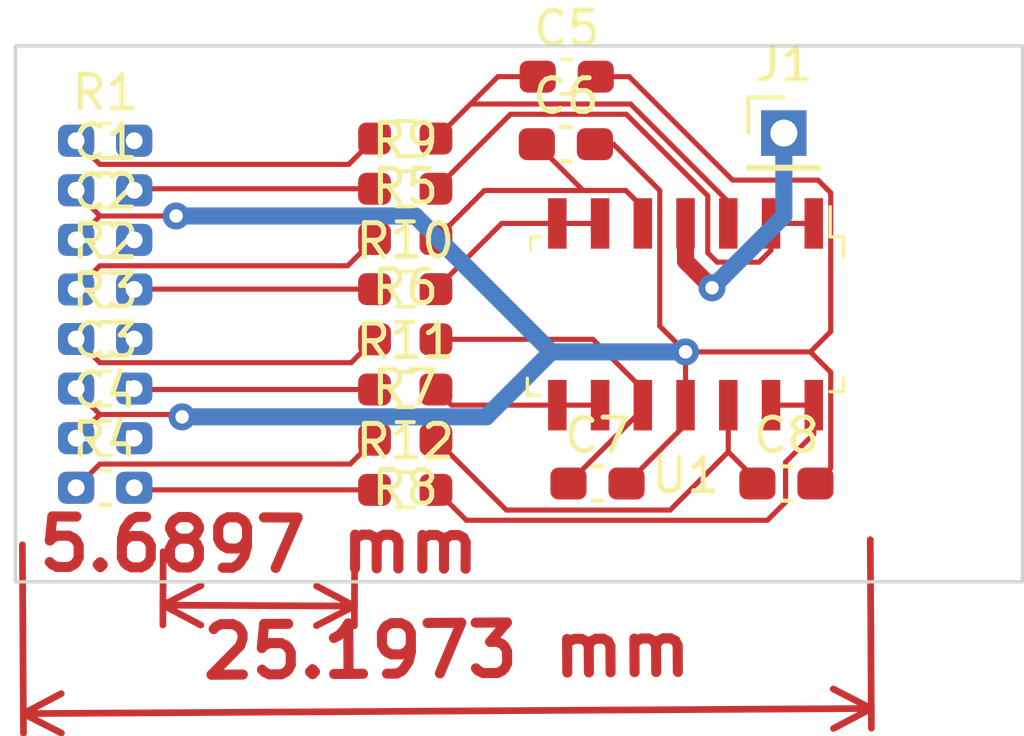
<source format=kicad_pcb>
(kicad_pcb (version 20221018) (generator pcbnew)
  (layers (0 "F.Cu" signal) (31 "B.Cu" signal) (34 "B.Paste" user) (35 "F.Paste" user) (36 "B.SilkS" user "B.Silkscreen") (37 "F.SilkS" user "F.Silkscreen") (38 "B.Mask" user) (39 "F.Mask" user) (44 "Edge.Cuts" user))
  (net 0 "")
  (net 1 "GND")
  (net 2 "Is7-8")
  (net 3 "Is2")
  (net 4 "Is5")
  (net 5 "Is1")
  (net 6 "Net-(C5-Pad1)")
  (net 7 "Net-(C6-Pad1)")
  (net 8 "Net-(C7-Pad1)")
  (net 9 "Net-(C8-Pad1)")
  (net 10 "Is7-8-In")
  (net 11 "Is2-In")
  (net 12 "Is5-In")
  (net 13 "Is1-In")
  (net 14 "Net-(R9-Pad2)")
  (net 15 "Net-(R10-Pad2)")
  (net 16 "Net-(R11-Pad2)")
  (net 17 "Net-(R12-Pad2)")
  (net 18 "+3.3V")
  (footprint "MyKiCadLibraries:C_0603_1608Metric_Adaptor" (layer "F.Cu") (at 106.7816 73.124787)
    (fp_text reference "R4" (at 0 -1.43) (layer "F.SilkS"))
    (fp_text value "R_Small")
    (fp_line (start -0.146267 -0.51) (end 0.146267 -0.51) (stroke (width 0.12)) (layer "F.SilkS"))
    (fp_line (start -0.146267 0.51) (end 0.146267 0.51) (stroke (width 0.12)) (layer "F.SilkS"))
    (pad "1" thru_hole roundrect (at -0.8625 0) (size 1.075 0.95) (drill 0.5) (layers "*.Cu" "*.Mask") (net 13 "Is1-In"))
    (pad "2" thru_hole roundrect (at 0.8625 0) (size 1.075 0.95) (drill 0.5) (layers "*.Cu" "*.Mask") (net 5 "Is1"))
  )
  (footprint "MyKiCadLibraries:C_0603_1608Metric_Adaptor" (layer "F.Cu") (at 106.7816 68.705187)
    (fp_text reference "R3" (at 0 -1.43) (layer "F.SilkS"))
    (fp_text value "R_Small")
    (fp_line (start -0.146267 -0.51) (end 0.146267 -0.51) (stroke (width 0.12)) (layer "F.SilkS"))
    (fp_line (start -0.146267 0.51) (end 0.146267 0.51) (stroke (width 0.12)) (layer "F.SilkS"))
    (pad "1" thru_hole roundrect (at -0.8625 0) (size 1.075 0.95) (drill 0.5) (layers "*.Cu" "*.Mask") (net 12 "Is5-In"))
    (pad "2" thru_hole roundrect (at 0.8625 0) (size 1.075 0.95) (drill 0.5) (layers "*.Cu" "*.Mask") (net 4 "Is5"))
  )
  (footprint "Resistor_SMD:R_0603_1608Metric_Pad0.98x0.95mm_HandSolder" (layer "F.Cu") (at 115.6989 73.188284)
    (fp_text reference "R12" (at 0 -1.43) (layer "F.SilkS"))
    (fp_text value "120")
    (fp_line (start -0.254724 -0.5225) (end 0.254724 -0.5225) (stroke (width 0.12)) (layer "F.SilkS"))
    (fp_line (start -0.254724 0.5225) (end 0.254724 0.5225) (stroke (width 0.12)) (layer "F.SilkS"))
    (pad "1" smd roundrect (at -0.9125 0) (size 0.975 0.95) (layers "F.Cu" "F.Paste" "F.Mask") (net 5 "Is1"))
    (pad "2" smd roundrect (at 0.9125 0) (size 0.975 0.95) (layers "F.Cu" "F.Paste" "F.Mask") (net 17 "Net-(R12-Pad2)"))
  )
  (footprint "MyKiCadLibraries:C_0603_1608Metric_Adaptor" (layer "F.Cu") (at 106.7816 71.651587)
    (fp_text reference "C4" (at 0 -1.43) (layer "F.SilkS"))
    (fp_text value "C_Small")
    (fp_line (start -0.146267 -0.51) (end 0.146267 -0.51) (stroke (width 0.12)) (layer "F.SilkS"))
    (fp_line (start -0.146267 0.51) (end 0.146267 0.51) (stroke (width 0.12)) (layer "F.SilkS"))
    (pad "1" thru_hole roundrect (at -0.8625 0) (size 1.075 0.95) (drill 0.5) (layers "*.Cu" "*.Mask") (net 1 "GND"))
    (pad "2" thru_hole roundrect (at 0.8625 0) (size 1.075 0.95) (drill 0.5) (layers "*.Cu" "*.Mask") (net 5 "Is1"))
  )
  (footprint "Capacitor_SMD:C_0603_1608Metric_Pad1.08x0.95mm_HandSolder" (layer "F.Cu") (at 120.4722 62.9158)
    (fp_text reference "C6" (at 0 -1.43) (layer "F.SilkS"))
    (fp_text value "220pF")
    (fp_line (start -0.146267 -0.51) (end 0.146267 -0.51) (stroke (width 0.12)) (layer "F.SilkS"))
    (fp_line (start -0.146267 0.51) (end 0.146267 0.51) (stroke (width 0.12)) (layer "F.SilkS"))
    (pad "1" smd roundrect (at -0.8625 0) (size 1.075 0.95) (layers "F.Cu" "F.Paste" "F.Mask") (net 7 "Net-(C6-Pad1)"))
    (pad "2" smd roundrect (at 0.8625 0) (size 1.075 0.95) (layers "F.Cu" "F.Paste" "F.Mask") (net 1 "GND"))
  )
  (footprint "Resistor_SMD:R_0603_1608Metric_Pad0.98x0.95mm_HandSolder" (layer "F.Cu") (at 115.6989 64.240232)
    (fp_text reference "R9" (at 0 -1.43) (layer "F.SilkS"))
    (fp_text value "120")
    (fp_line (start -0.254724 -0.5225) (end 0.254724 -0.5225) (stroke (width 0.12)) (layer "F.SilkS"))
    (fp_line (start -0.254724 0.5225) (end 0.254724 0.5225) (stroke (width 0.12)) (layer "F.SilkS"))
    (pad "1" smd roundrect (at -0.9125 0) (size 0.975 0.95) (layers "F.Cu" "F.Paste" "F.Mask") (net 2 "Is7-8"))
    (pad "2" smd roundrect (at 0.9125 0) (size 0.975 0.95) (layers "F.Cu" "F.Paste" "F.Mask") (net 14 "Net-(R9-Pad2)"))
  )
  (footprint "MyKiCadLibraries:C_0603_1608Metric_Adaptor" (layer "F.Cu") (at 106.7816 62.812387)
    (fp_text reference "R1" (at 0 -1.43) (layer "F.SilkS"))
    (fp_text value "R_Small")
    (fp_line (start -0.146267 -0.51) (end 0.146267 -0.51) (stroke (width 0.12)) (layer "F.SilkS"))
    (fp_line (start -0.146267 0.51) (end 0.146267 0.51) (stroke (width 0.12)) (layer "F.SilkS"))
    (pad "1" thru_hole roundrect (at -0.8625 0) (size 1.075 0.95) (drill 0.5) (layers "*.Cu" "*.Mask") (net 10 "Is7-8-In"))
    (pad "2" thru_hole roundrect (at 0.8625 0) (size 1.075 0.95) (drill 0.5) (layers "*.Cu" "*.Mask") (net 2 "Is7-8"))
  )
  (footprint "Resistor_SMD:R_0603_1608Metric_Pad0.98x0.95mm_HandSolder" (layer "F.Cu") (at 115.6989 71.696942 180)
    (fp_text reference "R8" (at 0 -1.43) (layer "F.SilkS"))
    (fp_text value "4.7K")
    (fp_line (start -0.254724 -0.5225) (end 0.254724 -0.5225) (stroke (width 0.12)) (layer "F.SilkS"))
    (fp_line (start -0.254724 0.5225) (end 0.254724 0.5225) (stroke (width 0.12)) (layer "F.SilkS"))
    (pad "1" smd roundrect (at -0.9125 0 180) (size 0.975 0.95) (layers "F.Cu" "F.Paste" "F.Mask") (net 9 "Net-(C8-Pad1)"))
    (pad "2" smd roundrect (at 0.9125 0 180) (size 0.975 0.95) (layers "F.Cu" "F.Paste" "F.Mask") (net 13 "Is1-In"))
  )
  (footprint "Capacitor_SMD:C_0603_1608Metric_Pad1.08x0.95mm_HandSolder" (layer "F.Cu") (at 127.0254 72.9996)
    (fp_text reference "C8" (at 0 -1.43) (layer "F.SilkS"))
    (fp_text value "220pF")
    (fp_line (start -0.146267 -0.51) (end 0.146267 -0.51) (stroke (width 0.12)) (layer "F.SilkS"))
    (fp_line (start -0.146267 0.51) (end 0.146267 0.51) (stroke (width 0.12)) (layer "F.SilkS"))
    (pad "1" smd roundrect (at -0.8625 0) (size 1.075 0.95) (layers "F.Cu" "F.Paste" "F.Mask") (net 9 "Net-(C8-Pad1)"))
    (pad "2" smd roundrect (at 0.8625 0) (size 1.075 0.95) (layers "F.Cu" "F.Paste" "F.Mask") (net 1 "GND"))
  )
  (footprint "Capacitor_SMD:C_0603_1608Metric_Pad1.08x0.95mm_HandSolder" (layer "F.Cu") (at 121.412 72.9996)
    (fp_text reference "C7" (at 0 -1.43) (layer "F.SilkS"))
    (fp_text value "220pF")
    (fp_line (start -0.146267 -0.51) (end 0.146267 -0.51) (stroke (width 0.12)) (layer "F.SilkS"))
    (fp_line (start -0.146267 0.51) (end 0.146267 0.51) (stroke (width 0.12)) (layer "F.SilkS"))
    (pad "1" smd roundrect (at -0.8625 0) (size 1.075 0.95) (layers "F.Cu" "F.Paste" "F.Mask") (net 8 "Net-(C7-Pad1)"))
    (pad "2" smd roundrect (at 0.8625 0) (size 1.075 0.95) (layers "F.Cu" "F.Paste" "F.Mask") (net 1 "GND"))
  )
  (footprint "Connector_PinHeader_2.00mm:PinHeader_1x01_P2.00mm_Vertical" (layer "F.Cu") (at 126.9492 62.5856)
    (fp_text reference "J1" (at 0 -2.06) (layer "F.SilkS"))
    (fp_text value "Conn_01x01_Pin")
    (fp_line (start -1.06 -1.06) (end 0 -1.06) (stroke (width 0.12)) (layer "F.SilkS"))
    (fp_line (start -1.06 0) (end -1.06 -1.06) (stroke (width 0.12)) (layer "F.SilkS"))
    (fp_line (start -1.06 1) (end -1.06 1.06) (stroke (width 0.12)) (layer "F.SilkS"))
    (fp_line (start -1.06 1) (end 1.06 1) (stroke (width 0.12)) (layer "F.SilkS"))
    (fp_line (start -1.06 1.06) (end 1.06 1.06) (stroke (width 0.12)) (layer "F.SilkS"))
    (fp_line (start 1.06 1) (end 1.06 1.06) (stroke (width 0.12)) (layer "F.SilkS"))
    (pad "1" thru_hole rect (at 0 0) (size 1.35 1.35) (drill 0.8) (layers "*.Cu" "*.Mask") (net 18 "+3.3V"))
  )
  (footprint "Resistor_SMD:R_0603_1608Metric_Pad0.98x0.95mm_HandSolder" (layer "F.Cu") (at 115.6989 67.222916)
    (fp_text reference "R10" (at 0 -1.43) (layer "F.SilkS"))
    (fp_text value "120")
    (fp_line (start -0.254724 -0.5225) (end 0.254724 -0.5225) (stroke (width 0.12)) (layer "F.SilkS"))
    (fp_line (start -0.254724 0.5225) (end 0.254724 0.5225) (stroke (width 0.12)) (layer "F.SilkS"))
    (pad "1" smd roundrect (at -0.9125 0) (size 0.975 0.95) (layers "F.Cu" "F.Paste" "F.Mask") (net 3 "Is2"))
    (pad "2" smd roundrect (at 0.9125 0) (size 0.975 0.95) (layers "F.Cu" "F.Paste" "F.Mask") (net 15 "Net-(R10-Pad2)"))
  )
  (footprint "digikey-footprints:SOIC-14_W3.9mm" (layer "F.Cu") (at 124.0282 67.9704 180)
    (fp_text reference "U1" (at 0 -4.79) (layer "F.SilkS"))
    (fp_text value "LM324DT")
    (fp_line (start -4.7 -2.3) (end -4.7 -1.9) (stroke (width 0.1)) (layer "F.SilkS"))
    (fp_line (start -4.7 1.7) (end -4.7 2.3) (stroke (width 0.1)) (layer "F.SilkS"))
    (fp_line (start -4.7 2.3) (end -4.3 2.3) (stroke (width 0.1)) (layer "F.SilkS"))
    (fp_line (start -4.3 -2.3) (end -4.7 -2.3) (stroke (width 0.1)) (layer "F.SilkS"))
    (fp_line (start -4.3 2.3) (end -4.3 3.2) (stroke (width 0.1)) (layer "F.SilkS"))
    (fp_line (start 4.3 -2.4) (end 4.7 -2.4) (stroke (width 0.1)) (layer "F.SilkS"))
    (fp_line (start 4.3 2.3) (end 4.6 2.3) (stroke (width 0.1)) (layer "F.SilkS"))
    (fp_line (start 4.6 2.3) (end 4.6 1.9) (stroke (width 0.1)) (layer "F.SilkS"))
    (fp_line (start 4.7 -2.4) (end 4.7 -1.9) (stroke (width 0.1)) (layer "F.SilkS"))
    (pad "1" smd rect (at -3.81 2.7 180) (size 0.55 1.5) (layers "F.Cu" "F.Paste" "F.Mask") (net 14 "Net-(R9-Pad2)"))
    (pad "2" smd rect (at -2.54 2.7 180) (size 0.55 1.5) (layers "F.Cu" "F.Paste" "F.Mask") (net 14 "Net-(R9-Pad2)"))
    (pad "3" smd rect (at -1.27 2.7 180) (size 0.55 1.5) (layers "F.Cu" "F.Paste" "F.Mask") (net 6 "Net-(C5-Pad1)"))
    (pad "4" smd rect (at 0 2.7 180) (size 0.55 1.5) (layers "F.Cu" "F.Paste" "F.Mask") (net 18 "+3.3V"))
    (pad "5" smd rect (at 1.27 2.7 180) (size 0.55 1.5) (layers "F.Cu" "F.Paste" "F.Mask") (net 7 "Net-(C6-Pad1)"))
    (pad "6" smd rect (at 2.54 2.7 180) (size 0.55 1.5) (layers "F.Cu" "F.Paste" "F.Mask") (net 15 "Net-(R10-Pad2)"))
    (pad "7" smd rect (at 3.81 2.7 180) (size 0.55 1.5) (layers "F.Cu" "F.Paste" "F.Mask") (net 15 "Net-(R10-Pad2)"))
    (pad "8" smd rect (at 3.81 -2.7 180) (size 0.55 1.5) (layers "F.Cu" "F.Paste" "F.Mask") (net 16 "Net-(R11-Pad2)"))
    (pad "9" smd rect (at 2.54 -2.7 180) (size 0.55 1.5) (layers "F.Cu" "F.Paste" "F.Mask") (net 16 "Net-(R11-Pad2)"))
    (pad "10" smd rect (at 1.27 -2.7 180) (size 0.55 1.5) (layers "F.Cu" "F.Paste" "F.Mask") (net 8 "Net-(C7-Pad1)"))
    (pad "11" smd rect (at 0 -2.7 180) (size 0.55 1.5) (layers "F.Cu" "F.Paste" "F.Mask") (net 1 "GND"))
    (pad "12" smd rect (at -1.27 -2.7 180) (size 0.55 1.5) (layers "F.Cu" "F.Paste" "F.Mask") (net 9 "Net-(C8-Pad1)"))
    (pad "13" smd rect (at -2.54 -2.7 180) (size 0.55 1.5) (layers "F.Cu" "F.Paste" "F.Mask") (net 17 "Net-(R12-Pad2)"))
    (pad "14" smd rect (at -3.81 -2.7 180) (size 0.55 1.5) (layers "F.Cu" "F.Paste" "F.Mask") (net 17 "Net-(R12-Pad2)"))
  )
  (footprint "MyKiCadLibraries:C_0603_1608Metric_Adaptor" (layer "F.Cu") (at 106.7816 70.178387)
    (fp_text reference "C3" (at 0 -1.43) (layer "F.SilkS"))
    (fp_text value "C_Small")
    (fp_line (start -0.146267 -0.51) (end 0.146267 -0.51) (stroke (width 0.12)) (layer "F.SilkS"))
    (fp_line (start -0.146267 0.51) (end 0.146267 0.51) (stroke (width 0.12)) (layer "F.SilkS"))
    (pad "1" thru_hole roundrect (at -0.8625 0) (size 1.075 0.95) (drill 0.5) (layers "*.Cu" "*.Mask") (net 1 "GND"))
    (pad "2" thru_hole roundrect (at 0.8625 0) (size 1.075 0.95) (drill 0.5) (layers "*.Cu" "*.Mask") (net 4 "Is5"))
  )
  (footprint "Resistor_SMD:R_0603_1608Metric_Pad0.98x0.95mm_HandSolder" (layer "F.Cu") (at 115.6989 70.2056)
    (fp_text reference "R11" (at 0 -1.43) (layer "F.SilkS"))
    (fp_text value "120")
    (fp_line (start -0.254724 -0.5225) (end 0.254724 -0.5225) (stroke (width 0.12)) (layer "F.SilkS"))
    (fp_line (start -0.254724 0.5225) (end 0.254724 0.5225) (stroke (width 0.12)) (layer "F.SilkS"))
    (pad "1" smd roundrect (at -0.9125 0) (size 0.975 0.95) (layers "F.Cu" "F.Paste" "F.Mask") (net 4 "Is5"))
    (pad "2" smd roundrect (at 0.9125 0) (size 0.975 0.95) (layers "F.Cu" "F.Paste" "F.Mask") (net 16 "Net-(R11-Pad2)"))
  )
  (footprint "Resistor_SMD:R_0603_1608Metric_Pad0.98x0.95mm_HandSolder" (layer "F.Cu") (at 115.6989 62.74889 180)
    (fp_text reference "R5" (at 0 -1.43) (layer "F.SilkS"))
    (fp_text value "4.7K")
    (fp_line (start -0.254724 -0.5225) (end 0.254724 -0.5225) (stroke (width 0.12)) (layer "F.SilkS"))
    (fp_line (start -0.254724 0.5225) (end 0.254724 0.5225) (stroke (width 0.12)) (layer "F.SilkS"))
    (pad "1" smd roundrect (at -0.9125 0 180) (size 0.975 0.95) (layers "F.Cu" "F.Paste" "F.Mask") (net 6 "Net-(C5-Pad1)"))
    (pad "2" smd roundrect (at 0.9125 0 180) (size 0.975 0.95) (layers "F.Cu" "F.Paste" "F.Mask") (net 10 "Is7-8-In"))
  )
  (footprint "Resistor_SMD:R_0603_1608Metric_Pad0.98x0.95mm_HandSolder" (layer "F.Cu") (at 115.6989 68.714258 180)
    (fp_text reference "R7" (at 0 -1.43) (layer "F.SilkS"))
    (fp_text value "4.7K")
    (fp_line (start -0.254724 -0.5225) (end 0.254724 -0.5225) (stroke (width 0.12)) (layer "F.SilkS"))
    (fp_line (start -0.254724 0.5225) (end 0.254724 0.5225) (stroke (width 0.12)) (layer "F.SilkS"))
    (pad "1" smd roundrect (at -0.9125 0 180) (size 0.975 0.95) (layers "F.Cu" "F.Paste" "F.Mask") (net 8 "Net-(C7-Pad1)"))
    (pad "2" smd roundrect (at 0.9125 0 180) (size 0.975 0.95) (layers "F.Cu" "F.Paste" "F.Mask") (net 12 "Is5-In"))
  )
  (footprint "Resistor_SMD:R_0603_1608Metric_Pad0.98x0.95mm_HandSolder" (layer "F.Cu") (at 115.6989 65.731574 180)
    (fp_text reference "R6" (at 0 -1.43) (layer "F.SilkS"))
    (fp_text value "4.7K")
    (fp_line (start -0.254724 -0.5225) (end 0.254724 -0.5225) (stroke (width 0.12)) (layer "F.SilkS"))
    (fp_line (start -0.254724 0.5225) (end 0.254724 0.5225) (stroke (width 0.12)) (layer "F.SilkS"))
    (pad "1" smd roundrect (at -0.9125 0 180) (size 0.975 0.95) (layers "F.Cu" "F.Paste" "F.Mask") (net 7 "Net-(C6-Pad1)"))
    (pad "2" smd roundrect (at 0.9125 0 180) (size 0.975 0.95) (layers "F.Cu" "F.Paste" "F.Mask") (net 11 "Is2-In"))
  )
  (footprint "MyKiCadLibraries:C_0603_1608Metric_Adaptor" (layer "F.Cu") (at 106.7816 64.285587)
    (fp_text reference "C1" (at 0 -1.43) (layer "F.SilkS"))
    (fp_text value "C_Small")
    (fp_line (start -0.146267 -0.51) (end 0.146267 -0.51) (stroke (width 0.12)) (layer "F.SilkS"))
    (fp_line (start -0.146267 0.51) (end 0.146267 0.51) (stroke (width 0.12)) (layer "F.SilkS"))
    (pad "1" thru_hole roundrect (at -0.8625 0) (size 1.075 0.95) (drill 0.5) (layers "*.Cu" "*.Mask") (net 1 "GND"))
    (pad "2" thru_hole roundrect (at 0.8625 0) (size 1.075 0.95) (drill 0.5) (layers "*.Cu" "*.Mask") (net 2 "Is7-8"))
  )
  (footprint "MyKiCadLibraries:C_0603_1608Metric_Adaptor" (layer "F.Cu") (at 106.7816 65.758787)
    (fp_text reference "C2" (at 0 -1.43) (layer "F.SilkS"))
    (fp_text value "C_Small")
    (fp_line (start -0.146267 -0.51) (end 0.146267 -0.51) (stroke (width 0.12)) (layer "F.SilkS"))
    (fp_line (start -0.146267 0.51) (end 0.146267 0.51) (stroke (width 0.12)) (layer "F.SilkS"))
    (pad "1" thru_hole roundrect (at -0.8625 0) (size 1.075 0.95) (drill 0.5) (layers "*.Cu" "*.Mask") (net 1 "GND"))
    (pad "2" thru_hole roundrect (at 0.8625 0) (size 1.075 0.95) (drill 0.5) (layers "*.Cu" "*.Mask") (net 3 "Is2"))
  )
  (footprint "Capacitor_SMD:C_0603_1608Metric_Pad1.08x0.95mm_HandSolder" (layer "F.Cu") (at 120.4976 60.9092)
    (fp_text reference "C5" (at 0 -1.43) (layer "F.SilkS"))
    (fp_text value "220pF")
    (fp_line (start -0.146267 -0.51) (end 0.146267 -0.51) (stroke (width 0.12)) (layer "F.SilkS"))
    (fp_line (start -0.146267 0.51) (end 0.146267 0.51) (stroke (width 0.12)) (layer "F.SilkS"))
    (pad "1" smd roundrect (at -0.8625 0) (size 1.075 0.95) (layers "F.Cu" "F.Paste" "F.Mask") (net 6 "Net-(C5-Pad1)"))
    (pad "2" smd roundrect (at 0.8625 0) (size 1.075 0.95) (layers "F.Cu" "F.Paste" "F.Mask") (net 1 "GND"))
  )
  (footprint "MyKiCadLibraries:C_0603_1608Metric_Adaptor" (layer "F.Cu") (at 106.7816 67.231987)
    (fp_text reference "R2" (at 0 -1.43) (layer "F.SilkS"))
    (fp_text value "R_Small")
    (fp_line (start -0.146267 -0.51) (end 0.146267 -0.51) (stroke (width 0.12)) (layer "F.SilkS"))
    (fp_line (start -0.146267 0.51) (end 0.146267 0.51) (stroke (width 0.12)) (layer "F.SilkS"))
    (pad "1" thru_hole roundrect (at -0.8625 0) (size 1.075 0.95) (drill 0.5) (layers "*.Cu" "*.Mask") (net 11 "Is2-In"))
    (pad "2" thru_hole roundrect (at 0.8625 0) (size 1.075 0.95) (drill 0.5) (layers "*.Cu" "*.Mask") (net 3 "Is2"))
  )
  (gr_rect (start 104.1146 59.9948) (end 134.0358 75.9206) (stroke (width 0.1)) (fill none) (layer "Edge.Cuts"))
  (dimension (type aligned) (layer "F.Cu") (pts (xy 104.3178 74.3204) (xy 129.5146 74.168)) (height 5.516429) (gr_text "0.9920 in" (at 116.938678 77.960561 0.3465428277) (layer "F.Cu") (effects (font (size 1.5 1.5) (thickness 0.3)))) (format (prefix "") (suffix "") (units 3) (units_format 1) (precision 4)) (style (thickness 0.2) (arrow_length 1.27) (text_position_mode 0) (extension_height 0.58642) (extension_offset 0.5) keep_text_aligned))
  (dimension (type aligned) (layer "F.Cu") (pts (xy 108.5088 74.5236) (xy 114.1984 74.549)) (height 2.090548) (gr_text "0.2240 in" (at 111.352303 74.826845 359.744217) (layer "F.Cu") (effects (font (size 1.5 1.5) (thickness 0.3)))) (format (prefix "") (suffix "") (units 3) (units_format 1) (precision 4)) (style (thickness 0.2) (arrow_length 1.27) (text_position_mode 0) (extension_height 0.58642) (extension_offset 0.5) keep_text_aligned))
  (segment (start 128.3418 64.3592) (end 128.3418 68.4842) (width 0.1524) (layer "F.Cu") (net 1))
  (segment (start 105.9191 70.178387) (end 105.9191 70.244387) (width 0.1524) (layer "F.Cu") (net 1))
  (segment (start 108.997187 70.947987) (end 109.0676 71.0184) (width 0.1524) (layer "F.Cu") (net 1))
  (segment (start 123.2618 64.8716) (end 123.2618 68.3216) (width 0.1524) (layer "F.Cu") (net 1))
  (segment (start 121.3601 60.9092) (end 122.3518 60.9092) (width 0.1524) (layer "F.Cu") (net 1))
  (segment (start 124.0282 71.2459) (end 124.0282 70.6704) (width 0.1524) (layer "F.Cu") (net 1))
  (segment (start 105.9191 70.244387) (end 106.6227 70.947987) (width 0.1524) (layer "F.Cu") (net 1))
  (segment (start 106.6227 70.947987) (end 108.997187 70.947987) (width 0.1524) (layer "F.Cu") (net 1))
  (segment (start 127.738 69.088) (end 124.0282 69.088) (width 0.1524) (layer "F.Cu") (net 1))
  (segment (start 123.2618 68.3216) (end 124.0282 69.088) (width 0.1524) (layer "F.Cu") (net 1))
  (segment (start 121.3347 62.9158) (end 121.8858 62.9158) (width 0.1524) (layer "F.Cu") (net 1))
  (segment (start 123.2618 64.2918) (end 123.2618 64.8716) (width 0.1524) (layer "F.Cu") (net 1))
  (segment (start 105.9191 64.340013) (end 106.628487 65.0494) (width 0.1524) (layer "F.Cu") (net 1))
  (segment (start 105.9191 71.651587) (end 106.6227 70.947987) (width 0.1524) (layer "F.Cu") (net 1))
  (segment (start 121.8858 62.9158) (end 123.2618 64.2918) (width 0.1524) (layer "F.Cu") (net 1))
  (segment (start 124.0282 70.6704) (end 124.0282 69.088) (width 0.1524) (layer "F.Cu") (net 1))
  (segment (start 105.9191 64.285587) (end 105.9191 64.340013) (width 0.1524) (layer "F.Cu") (net 1))
  (segment (start 106.628487 65.0494) (end 108.8898 65.0494) (width 0.1524) (layer "F.Cu") (net 1))
  (segment (start 122.2745 72.9996) (end 124.0282 71.2459) (width 0.1524) (layer "F.Cu") (net 1))
  (segment (start 127.8879 72.9996) (end 128.3418 72.5457) (width 0.1524) (layer "F.Cu") (net 1))
  (segment (start 125.4252 63.9826) (end 127.9652 63.9826) (width 0.1524) (layer "F.Cu") (net 1))
  (segment (start 128.3418 72.5457) (end 128.3418 69.6918) (width 0.1524) (layer "F.Cu") (net 1))
  (segment (start 128.3418 69.6918) (end 127.738 69.088) (width 0.1524) (layer "F.Cu") (net 1))
  (segment (start 127.9652 63.9826) (end 128.3418 64.3592) (width 0.1524) (layer "F.Cu") (net 1))
  (segment (start 122.3518 60.9092) (end 125.4252 63.9826) (width 0.1524) (layer "F.Cu") (net 1))
  (segment (start 128.3418 68.4842) (end 127.738 69.088) (width 0.1524) (layer "F.Cu") (net 1))
  (segment (start 105.9191 65.758787) (end 106.628487 65.0494) (width 0.1524) (layer "F.Cu") (net 1))
  (via (at 109.0676 71.0184) (size 0.8) (drill 0.4) (layers "F.Cu" "B.Cu") (net 1))
  (via (at 108.8898 65.0494) (size 0.8) (drill 0.4) (layers "F.Cu" "B.Cu") (net 1))
  (via (at 124.0282 69.088) (size 0.8) (drill 0.4) (layers "F.Cu" "B.Cu") (net 1))
  (segment (start 116.0018 65.0494) (end 120.0404 69.088) (width 0.508) (layer "B.Cu") (net 1))
  (segment (start 108.8898 65.0494) (end 116.0018 65.0494) (width 0.508) (layer "B.Cu") (net 1))
  (segment (start 109.0676 71.0184) (end 118.11 71.0184) (width 0.508) (layer "B.Cu") (net 1))
  (segment (start 118.11 71.0184) (end 120.0404 69.088) (width 0.508) (layer "B.Cu") (net 1))
  (segment (start 120.0404 69.088) (end 124.0282 69.088) (width 0.508) (layer "B.Cu") (net 1))
  (segment (start 114.7864 64.240232) (end 107.689455 64.240232) (width 0.1524) (layer "F.Cu") (net 2))
  (segment (start 107.689455 64.240232) (end 107.6441 64.285587) (width 0.1524) (layer "F.Cu") (net 2))
  (segment (start 107.653171 67.222916) (end 107.6441 67.231987) (width 0.1524) (layer "F.Cu") (net 3))
  (segment (start 114.7864 67.222916) (end 107.653171 67.222916) (width 0.1524) (layer "F.Cu") (net 3))
  (segment (start 114.7864 70.2056) (end 107.671313 70.2056) (width 0.1524) (layer "F.Cu") (net 4))
  (segment (start 107.671313 70.2056) (end 107.6441 70.178387) (width 0.1524) (layer "F.Cu") (net 4))
  (segment (start 107.707597 73.188284) (end 107.6441 73.124787) (width 0.1524) (layer "F.Cu") (net 5))
  (segment (start 114.7864 73.188284) (end 107.707597 73.188284) (width 0.1524) (layer "F.Cu") (net 5))
  (segment (start 125.2982 64.627148) (end 125.2982 65.2704) (width 0.1524) (layer "F.Cu") (net 6))
  (segment (start 122.393052 61.722) (end 125.2982 64.627148) (width 0.1524) (layer "F.Cu") (net 6))
  (segment (start 117.63829 61.722) (end 122.393052 61.722) (width 0.1524) (layer "F.Cu") (net 6))
  (segment (start 119.6351 60.9092) (end 118.45109 60.9092) (width 0.1524) (layer "F.Cu") (net 6))
  (segment (start 116.6114 62.74889) (end 117.63829 61.722) (width 0.1524) (layer "F.Cu") (net 6))
  (segment (start 118.45109 60.9092) (end 117.63829 61.722) (width 0.1524) (layer "F.Cu") (net 6))
  (segment (start 116.6114 65.731574) (end 118.051174 64.2918) (width 0.1524) (layer "F.Cu") (net 7))
  (segment (start 122.7582 64.7954) (end 122.7582 65.2704) (width 0.1524) (layer "F.Cu") (net 7))
  (segment (start 119.6097 62.9158) (end 120.9857 64.2918) (width 0.1524) (layer "F.Cu") (net 7))
  (segment (start 120.9857 64.2918) (end 121.2088 64.2918) (width 0.1524) (layer "F.Cu") (net 7))
  (segment (start 118.051174 64.2918) (end 121.2088 64.2918) (width 0.1524) (layer "F.Cu") (net 7))
  (segment (start 121.2088 64.2918) (end 122.2546 64.2918) (width 0.1524) (layer "F.Cu") (net 7))
  (segment (start 122.2546 64.2918) (end 122.7582 64.7954) (width 0.1524) (layer "F.Cu") (net 7))
  (segment (start 120.5495 72.9996) (end 122.7582 70.7909) (width 0.1524) (layer "F.Cu") (net 8))
  (segment (start 116.6114 68.714258) (end 121.277058 68.714258) (width 0.1524) (layer "F.Cu") (net 8))
  (segment (start 122.7582 70.1954) (end 122.7582 70.6704) (width 0.1524) (layer "F.Cu") (net 8))
  (segment (start 121.277058 68.714258) (end 122.7582 70.1954) (width 0.1524) (layer "F.Cu") (net 8))
  (segment (start 122.7582 70.7909) (end 122.7582 70.6704) (width 0.1524) (layer "F.Cu") (net 8))
  (segment (start 123.571 73.787) (end 125.2982 72.0598) (width 0.1524) (layer "F.Cu") (net 9))
  (segment (start 116.6114 71.696942) (end 118.701458 73.787) (width 0.1524) (layer "F.Cu") (net 9))
  (segment (start 125.2982 72.0598) (end 125.2982 70.6704) (width 0.1524) (layer "F.Cu") (net 9))
  (segment (start 118.701458 73.787) (end 123.571 73.787) (width 0.1524) (layer "F.Cu") (net 9))
  (segment (start 126.1629 72.9245) (end 125.2982 72.0598) (width 0.1524) (layer "F.Cu") (net 9))
  (segment (start 126.1629 72.9996) (end 126.1629 72.9245) (width 0.1524) (layer "F.Cu") (net 9))
  (segment (start 105.9191 62.812387) (end 106.6227 63.515987) (width 0.1524) (layer "F.Cu") (net 10))
  (segment (start 106.6227 63.515987) (end 114.019303 63.515987) (width 0.1524) (layer "F.Cu") (net 10))
  (segment (start 114.019303 63.515987) (end 114.7864 62.74889) (width 0.1524) (layer "F.Cu") (net 10))
  (segment (start 113.989587 66.528387) (end 114.7864 65.731574) (width 0.1524) (layer "F.Cu") (net 11))
  (segment (start 106.6227 66.528387) (end 113.989587 66.528387) (width 0.1524) (layer "F.Cu") (net 11))
  (segment (start 105.9191 67.231987) (end 106.6227 66.528387) (width 0.1524) (layer "F.Cu") (net 11))
  (segment (start 114.091871 69.408787) (end 114.7864 68.714258) (width 0.1524) (layer "F.Cu") (net 12))
  (segment (start 105.9191 68.705187) (end 106.6227 69.408787) (width 0.1524) (layer "F.Cu") (net 12))
  (segment (start 106.6227 69.408787) (end 114.091871 69.408787) (width 0.1524) (layer "F.Cu") (net 12))
  (segment (start 106.6227 72.421187) (end 114.062155 72.421187) (width 0.1524) (layer "F.Cu") (net 13))
  (segment (start 114.062155 72.421187) (end 114.7864 71.696942) (width 0.1524) (layer "F.Cu") (net 13))
  (segment (start 105.9191 73.124787) (end 106.6227 72.421187) (width 0.1524) (layer "F.Cu") (net 13))
  (segment (start 116.6114 64.240232) (end 118.824832 62.0268) (width 0.1524) (layer "F.Cu") (net 14))
  (segment (start 126.5682 66.0654) (end 126.5682 65.2704) (width 0.1524) (layer "F.Cu") (net 14))
  (segment (start 122.2668 62.0268) (end 124.6886 64.4486) (width 0.1524) (layer "F.Cu") (net 14))
  (segment (start 126.2126 66.421) (end 126.5682 66.0654) (width 0.1524) (layer "F.Cu") (net 14))
  (segment (start 124.6886 64.4486) (end 124.6886 66.143) (width 0.1524) (layer "F.Cu") (net 14))
  (segment (start 124.9666 66.421) (end 126.2126 66.421) (width 0.1524) (layer "F.Cu") (net 14))
  (segment (start 118.824832 62.0268) (end 122.2668 62.0268) (width 0.1524) (layer "F.Cu") (net 14))
  (segment (start 124.6886 66.143) (end 124.9666 66.421) (width 0.1524) (layer "F.Cu") (net 14))
  (segment (start 126.5682 65.2704) (end 127.8382 65.2704) (width 0.1524) (layer "F.Cu") (net 14))
  (segment (start 118.563916 65.2704) (end 120.2182 65.2704) (width 0.1524) (layer "F.Cu") (net 15))
  (segment (start 120.2182 65.2704) (end 121.4882 65.2704) (width 0.1524) (layer "F.Cu") (net 15))
  (segment (start 116.6114 67.222916) (end 118.563916 65.2704) (width 0.1524) (layer "F.Cu") (net 15))
  (segment (start 116.6114 70.2056) (end 117.0762 70.6704) (width 0.1524) (layer "F.Cu") (net 16))
  (segment (start 117.0762 70.6704) (end 120.2182 70.6704) (width 0.1524) (layer "F.Cu") (net 16))
  (segment (start 120.2182 70.6704) (end 121.4882 70.6704) (width 0.1524) (layer "F.Cu") (net 16))
  (segment (start 126.460165 74.0918) (end 127 73.551965) (width 0.1524) (layer "F.Cu") (net 17))
  (segment (start 126.5682 70.6704) (end 127.8382 70.6704) (width 0.1524) (layer "F.Cu") (net 17))
  (segment (start 116.6114 73.188284) (end 117.514916 74.0918) (width 0.1524) (layer "F.Cu") (net 17))
  (segment (start 117.514916 74.0918) (end 126.460165 74.0918) (width 0.1524) (layer "F.Cu") (net 17))
  (segment (start 127 72.3646) (end 127.8382 71.5264) (width 0.1524) (layer "F.Cu") (net 17))
  (segment (start 127 73.551965) (end 127 72.3646) (width 0.1524) (layer "F.Cu") (net 17))
  (segment (start 127.8382 71.5264) (end 127.8382 70.6704) (width 0.1524) (layer "F.Cu") (net 17))
  (segment (start 124.0282 66.3956) (end 124.0282 65.2704) (width 0.508) (layer "F.Cu") (net 18))
  (segment (start 124.8156 67.183) (end 124.0282 66.3956) (width 0.508) (layer "F.Cu") (net 18))
  (via (at 124.8156 67.183) (size 0.8) (drill 0.4) (layers "F.Cu" "B.Cu") (net 18))
  (segment (start 124.8156 67.183) (end 126.9492 65.0494) (width 0.508) (layer "B.Cu") (net 18))
  (segment (start 126.9492 65.0494) (end 126.9492 62.5856) (width 0.508) (layer "B.Cu") (net 18))
)
</source>
